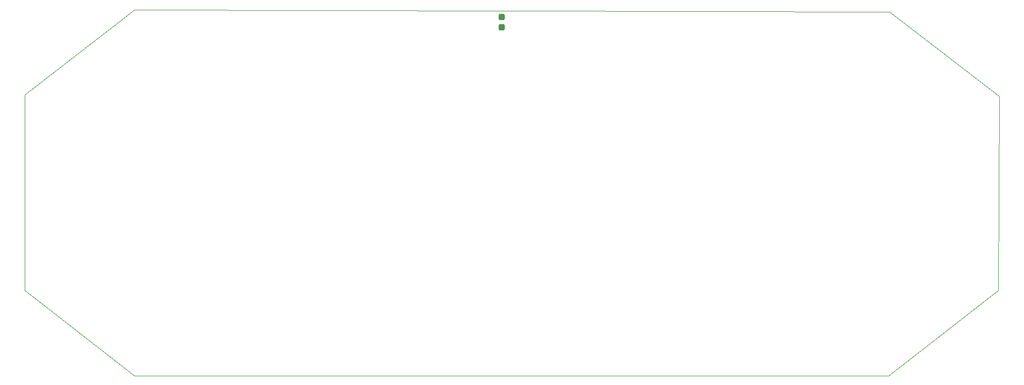
<source format=gbr>
%TF.GenerationSoftware,KiCad,Pcbnew,7.0.6-7.0.6~ubuntu20.04.1*%
%TF.CreationDate,2023-07-11T10:17:37+02:00*%
%TF.ProjectId,output_panel2023-07-11_081728.4517270000,6f757470-7574-45f7-9061-6e656c323032,rev?*%
%TF.SameCoordinates,Original*%
%TF.FileFunction,Paste,Bot*%
%TF.FilePolarity,Positive*%
%FSLAX45Y45*%
G04 Gerber Fmt 4.5, Leading zero omitted, Abs format (unit mm)*
G04 Created by KiCad (PCBNEW 7.0.6-7.0.6~ubuntu20.04.1) date 2023-07-11 10:17:37*
%MOMM*%
%LPD*%
G01*
G04 APERTURE LIST*
G04 Aperture macros list*
%AMRoundRect*
0 Rectangle with rounded corners*
0 $1 Rounding radius*
0 $2 $3 $4 $5 $6 $7 $8 $9 X,Y pos of 4 corners*
0 Add a 4 corners polygon primitive as box body*
4,1,4,$2,$3,$4,$5,$6,$7,$8,$9,$2,$3,0*
0 Add four circle primitives for the rounded corners*
1,1,$1+$1,$2,$3*
1,1,$1+$1,$4,$5*
1,1,$1+$1,$6,$7*
1,1,$1+$1,$8,$9*
0 Add four rect primitives between the rounded corners*
20,1,$1+$1,$2,$3,$4,$5,0*
20,1,$1+$1,$4,$5,$6,$7,0*
20,1,$1+$1,$6,$7,$8,$9,0*
20,1,$1+$1,$8,$9,$2,$3,0*%
G04 Aperture macros list end*
%TA.AperFunction,Profile*%
%ADD10C,0.100000*%
%TD*%
%ADD11RoundRect,0.237500X-0.237500X0.300000X-0.237500X-0.300000X0.237500X-0.300000X0.237500X0.300000X0*%
G04 APERTURE END LIST*
D10*
X1850000Y-6070000D02*
X50000Y-4670000D01*
X14250000Y-6070000D02*
X1850000Y-6070000D01*
X16050000Y-4670000D02*
X14250000Y-6070000D01*
X14270000Y-90000D02*
X16070000Y-1480000D01*
X16070000Y-1480000D02*
X16050000Y-4670000D01*
X50000Y-4670000D02*
X50000Y-1450000D01*
X50000Y-1450000D02*
X1850000Y-50000D01*
X1850000Y-50000D02*
X14270000Y-90000D01*
D11*
X7890000Y-170000D03*
X7890000Y-342500D03*
M02*

</source>
